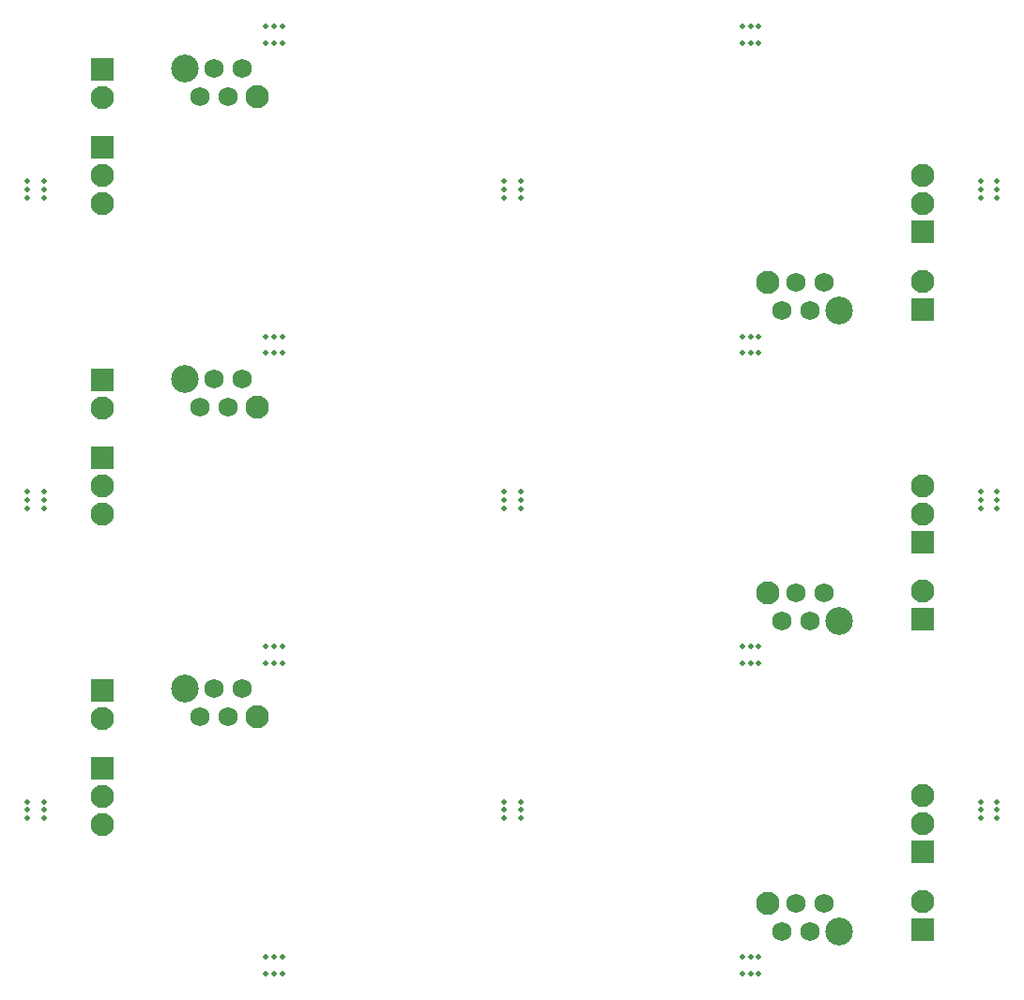
<source format=gbr>
%TF.GenerationSoftware,KiCad,Pcbnew,5.1.5+dfsg1-2build2*%
%TF.CreationDate,2021-11-04T16:55:54+02:00*%
%TF.ProjectId,LED_Wled,4c45445f-576c-4656-942e-6b696361645f,rev?*%
%TF.SameCoordinates,Original*%
%TF.FileFunction,Soldermask,Bot*%
%TF.FilePolarity,Negative*%
%FSLAX46Y46*%
G04 Gerber Fmt 4.6, Leading zero omitted, Abs format (unit mm)*
G04 Created by KiCad (PCBNEW 5.1.5+dfsg1-2build2) date 2021-11-04 16:55:54*
%MOMM*%
%LPD*%
G04 APERTURE LIST*
%ADD10C,0.500000*%
%ADD11C,2.500000*%
%ADD12C,2.100000*%
%ADD13C,1.750000*%
%ADD14R,2.100000X2.100000*%
G04 APERTURE END LIST*
D10*
%TO.C,mouse-bite-2mm-slot*%
X89250000Y-148750000D03*
X87750000Y-148750000D03*
X87750000Y-147250000D03*
X89250000Y-147250000D03*
X88500000Y-148750000D03*
X88500000Y-147250000D03*
%TD*%
%TO.C,mouse-bite-2mm-slot*%
X132250000Y-148750000D03*
X130750000Y-148750000D03*
X130750000Y-147250000D03*
X132250000Y-147250000D03*
X131500000Y-148750000D03*
X131500000Y-147250000D03*
%TD*%
%TO.C,mouse-bite-2mm-slot*%
X132250000Y-64750000D03*
X130750000Y-64750000D03*
X130750000Y-63250000D03*
X132250000Y-63250000D03*
X131500000Y-64750000D03*
X131500000Y-63250000D03*
%TD*%
%TO.C,mouse-bite-2mm-slot*%
X87750000Y-63250000D03*
X89250000Y-63250000D03*
X89250000Y-64750000D03*
X87750000Y-64750000D03*
X88500000Y-63250000D03*
X88500000Y-64750000D03*
%TD*%
%TO.C,mouse-bite-2mm-slot*%
X67750000Y-77250000D03*
X67750000Y-78750000D03*
X66250000Y-78750000D03*
X66250000Y-77250000D03*
X67750000Y-78000000D03*
X66250000Y-78000000D03*
%TD*%
%TO.C,mouse-bite-2mm-slot*%
X67750000Y-105250000D03*
X67750000Y-106750000D03*
X66250000Y-106750000D03*
X66250000Y-105250000D03*
X67750000Y-106000000D03*
X66250000Y-106000000D03*
%TD*%
%TO.C,mouse-bite-2mm-slot*%
X67750000Y-133250000D03*
X67750000Y-134750000D03*
X66250000Y-134750000D03*
X66250000Y-133250000D03*
X67750000Y-134000000D03*
X66250000Y-134000000D03*
%TD*%
%TO.C,mouse-bite-2mm-slot*%
X153750000Y-133250000D03*
X153750000Y-134750000D03*
X152250000Y-134750000D03*
X152250000Y-133250000D03*
X153750000Y-134000000D03*
X152250000Y-134000000D03*
%TD*%
%TO.C,mouse-bite-2mm-slot*%
X153750000Y-105250000D03*
X153750000Y-106750000D03*
X152250000Y-106750000D03*
X152250000Y-105250000D03*
X153750000Y-106000000D03*
X152250000Y-106000000D03*
%TD*%
%TO.C,mouse-bite-2mm-slot*%
X153750000Y-77250000D03*
X153750000Y-78750000D03*
X152250000Y-78750000D03*
X152250000Y-77250000D03*
X153750000Y-78000000D03*
X152250000Y-78000000D03*
%TD*%
%TO.C,mouse-bite-2mm-slot*%
X109250000Y-134000000D03*
X110750000Y-134000000D03*
X109250000Y-133250000D03*
X109250000Y-134750000D03*
X110750000Y-134750000D03*
X110750000Y-133250000D03*
%TD*%
D11*
%TO.C,J1*%
X139485000Y-144940000D03*
D12*
X133015000Y-142400000D03*
D13*
X134345000Y-144940000D03*
X135615000Y-142400000D03*
X136885000Y-144940000D03*
X138155000Y-142400000D03*
%TD*%
D12*
%TO.C,J2*%
X147000000Y-142260000D03*
D14*
X147000000Y-144800000D03*
%TD*%
D12*
%TO.C,J3*%
X147000000Y-132720000D03*
X147000000Y-135260000D03*
D14*
X147000000Y-137800000D03*
%TD*%
D13*
%TO.C,J1*%
X81845000Y-125600000D03*
X83115000Y-123060000D03*
X84385000Y-125600000D03*
X85655000Y-123060000D03*
D12*
X86985000Y-125600000D03*
D11*
X80515000Y-123060000D03*
%TD*%
D14*
%TO.C,J3*%
X73000000Y-130200000D03*
D12*
X73000000Y-132740000D03*
X73000000Y-135280000D03*
%TD*%
D14*
%TO.C,J2*%
X73000000Y-123200000D03*
D12*
X73000000Y-125740000D03*
%TD*%
D10*
%TO.C,mouse-bite-2mm-slot*%
X109250000Y-106000000D03*
X110750000Y-106000000D03*
X109250000Y-105250000D03*
X109250000Y-106750000D03*
X110750000Y-106750000D03*
X110750000Y-105250000D03*
%TD*%
%TO.C,mouse-bite-2mm-slot*%
X131500000Y-119250000D03*
X131500000Y-120750000D03*
X132250000Y-119250000D03*
X130750000Y-119250000D03*
X130750000Y-120750000D03*
X132250000Y-120750000D03*
%TD*%
D11*
%TO.C,J1*%
X139485000Y-116940000D03*
D12*
X133015000Y-114400000D03*
D13*
X134345000Y-116940000D03*
X135615000Y-114400000D03*
X136885000Y-116940000D03*
X138155000Y-114400000D03*
%TD*%
D12*
%TO.C,J2*%
X147000000Y-114260000D03*
D14*
X147000000Y-116800000D03*
%TD*%
D10*
%TO.C,mouse-bite-2mm-slot*%
X88500000Y-119250000D03*
X88500000Y-120750000D03*
X89250000Y-119250000D03*
X87750000Y-119250000D03*
X87750000Y-120750000D03*
X89250000Y-120750000D03*
%TD*%
D12*
%TO.C,J3*%
X147000000Y-104720000D03*
X147000000Y-107260000D03*
D14*
X147000000Y-109800000D03*
%TD*%
D13*
%TO.C,J1*%
X81845000Y-97600000D03*
X83115000Y-95060000D03*
X84385000Y-97600000D03*
X85655000Y-95060000D03*
D12*
X86985000Y-97600000D03*
D11*
X80515000Y-95060000D03*
%TD*%
D14*
%TO.C,J3*%
X73000000Y-102200000D03*
D12*
X73000000Y-104740000D03*
X73000000Y-107280000D03*
%TD*%
D14*
%TO.C,J2*%
X73000000Y-95200000D03*
D12*
X73000000Y-97740000D03*
%TD*%
D10*
%TO.C,mouse-bite-2mm-slot*%
X132250000Y-92750000D03*
X130750000Y-92750000D03*
X130750000Y-91250000D03*
X132250000Y-91250000D03*
X131500000Y-92750000D03*
X131500000Y-91250000D03*
%TD*%
%TO.C,mouse-bite-2mm-slot*%
X89250000Y-92750000D03*
X87750000Y-92750000D03*
X87750000Y-91250000D03*
X89250000Y-91250000D03*
X88500000Y-92750000D03*
X88500000Y-91250000D03*
%TD*%
%TO.C,mouse-bite-2mm-slot*%
X110750000Y-77250000D03*
X110750000Y-78750000D03*
X109250000Y-78750000D03*
X109250000Y-77250000D03*
X110750000Y-78000000D03*
X109250000Y-78000000D03*
%TD*%
D13*
%TO.C,J1*%
X138155000Y-86400000D03*
X136885000Y-88940000D03*
X135615000Y-86400000D03*
X134345000Y-88940000D03*
D12*
X133015000Y-86400000D03*
D11*
X139485000Y-88940000D03*
%TD*%
D14*
%TO.C,J3*%
X147000000Y-81800000D03*
D12*
X147000000Y-79260000D03*
X147000000Y-76720000D03*
%TD*%
D14*
%TO.C,J2*%
X147000000Y-88800000D03*
D12*
X147000000Y-86260000D03*
%TD*%
D11*
%TO.C,J1*%
X80515000Y-67060000D03*
D12*
X86985000Y-69600000D03*
D13*
X85655000Y-67060000D03*
X84385000Y-69600000D03*
X83115000Y-67060000D03*
X81845000Y-69600000D03*
%TD*%
D12*
%TO.C,J3*%
X73000000Y-79280000D03*
X73000000Y-76740000D03*
D14*
X73000000Y-74200000D03*
%TD*%
D12*
%TO.C,J2*%
X73000000Y-69740000D03*
D14*
X73000000Y-67200000D03*
%TD*%
M02*

</source>
